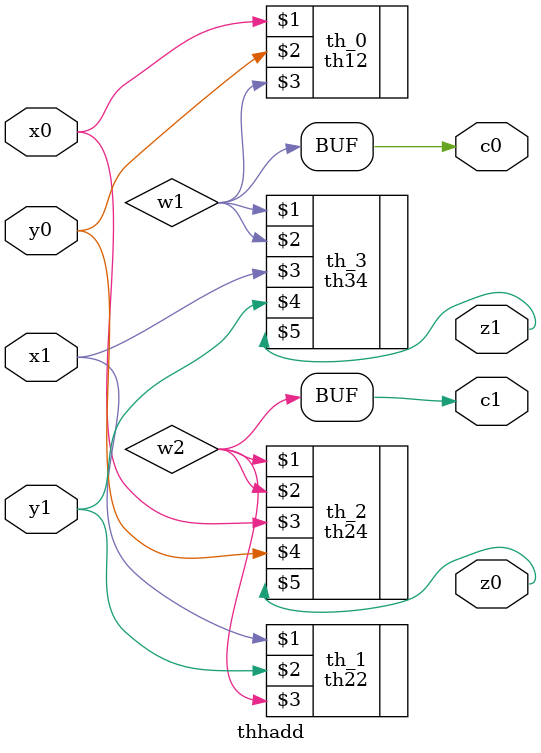
<source format=v>
module thhadd(x0, x1, y0, y1, z0, z1, c0, c1);

input wire x0, x1, y0, y1;
output wire z0, z1, c0, c1;


wire w1, w2;
th12 th_0(x0, y0, w1);
th22 th_1(x1, y1, w2);

assign c0 = w1;
assign c1 = w2;

th24 th_2(w2, w2, x0, y0, z0);
th34 th_3(w1, w1, x1, y1, z1);

endmodule

</source>
